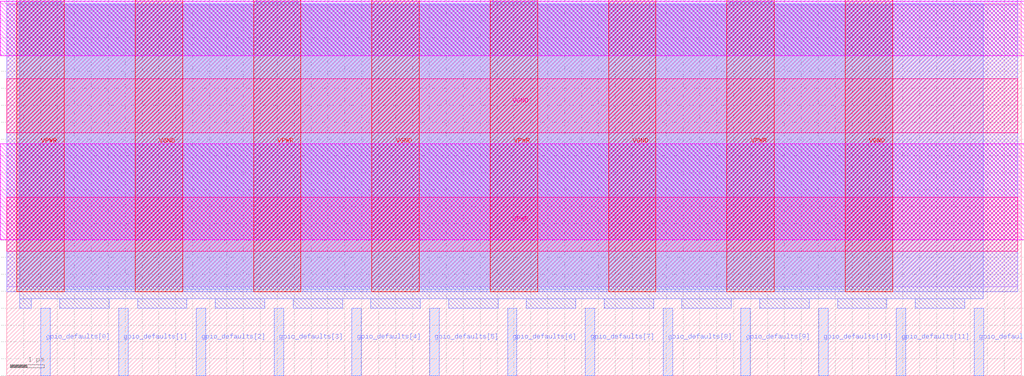
<source format=lef>
VERSION 5.7 ;
  NOWIREEXTENSIONATPIN ON ;
  DIVIDERCHAR "/" ;
  BUSBITCHARS "[]" ;
MACRO gpio_defaults_block_0403
  CLASS BLOCK ;
  FOREIGN gpio_defaults_block_0403 ;
  ORIGIN 0.000 0.000 ;
  SIZE 30.000 BY 11.000 ;
  PIN VGND
    DIRECTION INPUT ;
    USE GROUND ;
    PORT
      LAYER met5 ;
        RECT 0.000 7.180 29.900 8.780 ;
    END
    PORT
      LAYER met4 ;
        RECT 3.800 2.480 5.200 11.120 ;
    END
    PORT
      LAYER met4 ;
        RECT 10.800 2.480 12.200 11.120 ;
    END
    PORT
      LAYER met4 ;
        RECT 17.800 2.480 19.200 11.120 ;
    END
    PORT
      LAYER met4 ;
        RECT 24.800 2.480 26.200 11.120 ;
    END
  END VGND
  PIN VPWR
    DIRECTION INPUT ;
    USE POWER ;
    PORT
      LAYER met5 ;
        RECT 0.000 3.680 29.900 5.280 ;
    END
    PORT
      LAYER met4 ;
        RECT 0.300 2.480 1.700 11.120 ;
    END
    PORT
      LAYER met4 ;
        RECT 7.300 2.480 8.700 11.120 ;
    END
    PORT
      LAYER met4 ;
        RECT 14.300 2.480 15.700 11.120 ;
    END
    PORT
      LAYER met4 ;
        RECT 21.300 2.480 22.700 11.120 ;
    END
  END VPWR
  PIN gpio_defaults[0]
    DIRECTION OUTPUT TRISTATE ;
    USE SIGNAL ;
    PORT
      LAYER met2 ;
        RECT 1.010 0.000 1.290 2.000 ;
    END
  END gpio_defaults[0]
  PIN gpio_defaults[10]
    DIRECTION OUTPUT TRISTATE ;
    USE SIGNAL ;
    PORT
      LAYER met2 ;
        RECT 24.010 0.000 24.290 2.000 ;
    END
  END gpio_defaults[10]
  PIN gpio_defaults[11]
    DIRECTION OUTPUT TRISTATE ;
    USE SIGNAL ;
    PORT
      LAYER met2 ;
        RECT 26.310 0.000 26.590 2.000 ;
    END
  END gpio_defaults[11]
  PIN gpio_defaults[12]
    DIRECTION OUTPUT TRISTATE ;
    USE SIGNAL ;
    PORT
      LAYER met2 ;
        RECT 28.610 0.000 28.890 2.000 ;
    END
  END gpio_defaults[12]
  PIN gpio_defaults[1]
    DIRECTION OUTPUT TRISTATE ;
    USE SIGNAL ;
    PORT
      LAYER met2 ;
        RECT 3.310 0.000 3.590 2.000 ;
    END
  END gpio_defaults[1]
  PIN gpio_defaults[2]
    DIRECTION OUTPUT TRISTATE ;
    USE SIGNAL ;
    PORT
      LAYER met2 ;
        RECT 5.610 0.000 5.890 2.000 ;
    END
  END gpio_defaults[2]
  PIN gpio_defaults[3]
    DIRECTION OUTPUT TRISTATE ;
    USE SIGNAL ;
    PORT
      LAYER met2 ;
        RECT 7.910 0.000 8.190 2.000 ;
    END
  END gpio_defaults[3]
  PIN gpio_defaults[4]
    DIRECTION OUTPUT TRISTATE ;
    USE SIGNAL ;
    PORT
      LAYER met2 ;
        RECT 10.210 0.000 10.490 2.000 ;
    END
  END gpio_defaults[4]
  PIN gpio_defaults[5]
    DIRECTION OUTPUT TRISTATE ;
    USE SIGNAL ;
    PORT
      LAYER met2 ;
        RECT 12.510 0.000 12.790 2.000 ;
    END
  END gpio_defaults[5]
  PIN gpio_defaults[6]
    DIRECTION OUTPUT TRISTATE ;
    USE SIGNAL ;
    PORT
      LAYER met2 ;
        RECT 14.810 0.000 15.090 2.000 ;
    END
  END gpio_defaults[6]
  PIN gpio_defaults[7]
    DIRECTION OUTPUT TRISTATE ;
    USE SIGNAL ;
    PORT
      LAYER met2 ;
        RECT 17.110 0.000 17.390 2.000 ;
    END
  END gpio_defaults[7]
  PIN gpio_defaults[8]
    DIRECTION OUTPUT TRISTATE ;
    USE SIGNAL ;
    PORT
      LAYER met2 ;
        RECT 19.410 0.000 19.690 2.000 ;
    END
  END gpio_defaults[8]
  PIN gpio_defaults[9]
    DIRECTION OUTPUT TRISTATE ;
    USE SIGNAL ;
    PORT
      LAYER met2 ;
        RECT 21.710 0.000 21.990 2.000 ;
    END
  END gpio_defaults[9]
  OBS
      LAYER nwell ;
        RECT -0.190 9.465 30.090 11.070 ;
        RECT -0.190 4.025 30.090 6.855 ;
      LAYER li1 ;
        RECT 0.000 2.635 29.900 10.965 ;
      LAYER met1 ;
        RECT 0.000 2.480 29.900 11.120 ;
      LAYER met2 ;
        RECT 0.390 11.000 1.610 11.120 ;
        RECT 7.390 11.000 8.610 11.120 ;
        RECT 14.390 11.000 15.610 11.120 ;
        RECT 21.390 11.000 22.610 11.120 ;
        RECT 0.390 2.280 28.880 11.000 ;
        RECT 0.390 2.000 0.730 2.280 ;
        RECT 1.570 2.000 3.030 2.280 ;
        RECT 3.870 2.000 5.330 2.280 ;
        RECT 6.170 2.000 7.630 2.280 ;
        RECT 8.470 2.000 9.930 2.280 ;
        RECT 10.770 2.000 12.230 2.280 ;
        RECT 13.070 2.000 14.530 2.280 ;
        RECT 15.370 2.000 16.830 2.280 ;
        RECT 17.670 2.000 19.130 2.280 ;
        RECT 19.970 2.000 21.430 2.280 ;
        RECT 22.270 2.000 23.730 2.280 ;
        RECT 24.570 2.000 26.030 2.280 ;
        RECT 26.870 2.000 28.330 2.280 ;
      LAYER met3 ;
        RECT 0.300 11.000 1.700 11.045 ;
        RECT 7.300 11.000 8.700 11.045 ;
        RECT 14.300 11.000 15.700 11.045 ;
        RECT 21.300 11.000 22.700 11.045 ;
        RECT 0.300 2.555 26.200 11.000 ;
  END
END gpio_defaults_block_0403
END LIBRARY


</source>
